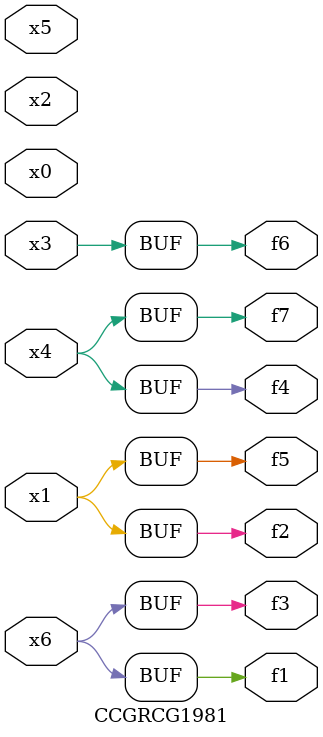
<source format=v>
module CCGRCG1981(
	input x0, x1, x2, x3, x4, x5, x6,
	output f1, f2, f3, f4, f5, f6, f7
);
	assign f1 = x6;
	assign f2 = x1;
	assign f3 = x6;
	assign f4 = x4;
	assign f5 = x1;
	assign f6 = x3;
	assign f7 = x4;
endmodule

</source>
